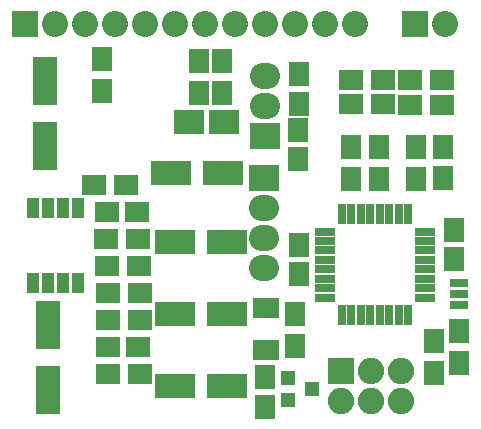
<source format=gbs>
%TF.GenerationSoftware,KiCad,Pcbnew,5.99.0-unknown-c3175b4~86~ubuntu16.04.1*%
%TF.CreationDate,2019-10-16T11:56:15+02:00*%
%TF.ProjectId,atmegax8_with_bluetooth,61746d65-6761-4783-985f-776974685f62,rev?*%
%TF.SameCoordinates,Original*%
%TF.FileFunction,Soldermask,Bot*%
%TF.FilePolarity,Negative*%
%FSLAX46Y46*%
G04 Gerber Fmt 4.6, Leading zero omitted, Abs format (unit mm)*
G04 Created by KiCad (PCBNEW 5.99.0-unknown-c3175b4~86~ubuntu16.04.1) date 2019-10-16 11:56:15*
%MOMM*%
%LPD*%
G04 APERTURE LIST*
%ADD10O,2.540000X2.235200*%
%ADD11R,2.540000X2.235200*%
%ADD12R,1.758000X2.008000*%
%ADD13R,1.800000X0.750000*%
%ADD14R,0.750000X1.800000*%
%ADD15R,1.500000X0.800000*%
%ADD16O,2.208000X2.208000*%
%ADD17R,2.208000X2.208000*%
%ADD18R,1.016000X1.651000*%
%ADD19R,2.108200X4.107180*%
%ADD20R,2.656840X2.009140*%
%ADD21R,2.008000X1.758000*%
%ADD22R,1.808000X2.008000*%
%ADD23R,1.308100X1.308100*%
%ADD24R,2.208000X1.808000*%
%ADD25R,2.235200X2.235200*%
%ADD26O,2.235200X2.235200*%
%ADD27R,3.507740X2.108200*%
%ADD28R,3.508000X2.108000*%
%ADD29R,2.008000X1.808000*%
G04 APERTURE END LIST*
D10*
%TO.C,P3*%
X91948000Y-159448500D03*
X91948000Y-156908500D03*
X91948000Y-154368500D03*
D11*
X91948000Y-151828500D03*
%TD*%
D12*
%TO.C,C24*%
X94805500Y-150221000D03*
X94805500Y-147721000D03*
%TD*%
D13*
%TO.C,IC1*%
X105585840Y-156324800D03*
X105585840Y-157124800D03*
X105585840Y-157924800D03*
X105585840Y-158724800D03*
X105585840Y-159524800D03*
X105585840Y-160324800D03*
X105585840Y-161124800D03*
X105585840Y-161924800D03*
D14*
X104135840Y-163374800D03*
X103335840Y-163374800D03*
X102535840Y-163374800D03*
X101735840Y-163374800D03*
X100935840Y-163374800D03*
X100135840Y-163374800D03*
X99335840Y-163374800D03*
X98535840Y-163374800D03*
D13*
X97085840Y-161924800D03*
X97085840Y-161124800D03*
X97085840Y-160324800D03*
X97085840Y-159524800D03*
X97085840Y-158724800D03*
X97085840Y-157924800D03*
X97085840Y-157124800D03*
X97085840Y-156324800D03*
D14*
X98535840Y-154874800D03*
X99335840Y-154874800D03*
X100135840Y-154874800D03*
X100935840Y-154874800D03*
X101735840Y-154874800D03*
X102535840Y-154874800D03*
X103335840Y-154874800D03*
X104135840Y-154874800D03*
%TD*%
D15*
%TO.C,Y1*%
X108452920Y-161607460D03*
X108452920Y-160657460D03*
X108452920Y-162557460D03*
%TD*%
D16*
%TO.C,P1*%
X99608640Y-138714480D03*
X97068640Y-138714480D03*
X94528640Y-138714480D03*
X91988640Y-138714480D03*
X89448640Y-138714480D03*
X86908640Y-138714480D03*
X84368640Y-138714480D03*
X81828640Y-138714480D03*
X79288640Y-138714480D03*
X76748640Y-138714480D03*
X74208640Y-138714480D03*
D17*
X71668640Y-138714480D03*
%TD*%
D18*
%TO.C,U3*%
X76200000Y-154345640D03*
X74930000Y-154345640D03*
X73660000Y-154345640D03*
X72390000Y-154345640D03*
X72390000Y-160695640D03*
X73660000Y-160695640D03*
X74930000Y-160695640D03*
X76200000Y-160695640D03*
%TD*%
D19*
%TO.C,C14*%
X73660000Y-164269420D03*
X73660000Y-169771060D03*
%TD*%
D20*
%TO.C,C22*%
X85598000Y-147066000D03*
X88600280Y-147066000D03*
%TD*%
D21*
%TO.C,C15*%
X78658400Y-154686000D03*
X81158400Y-154686000D03*
%TD*%
D22*
%TO.C,R25*%
X88419440Y-144595840D03*
X88419440Y-141895840D03*
%TD*%
D12*
%TO.C,C4*%
X108013500Y-158666500D03*
X108013500Y-156166500D03*
%TD*%
D10*
%TO.C,P5*%
X92000000Y-143120000D03*
X92000000Y-145660000D03*
D11*
X92000000Y-148200000D03*
%TD*%
D23*
%TO.C,U4*%
X95971360Y-169636440D03*
X93972380Y-168686440D03*
X93972380Y-170586440D03*
%TD*%
D17*
%TO.C,P4*%
X104739440Y-138757660D03*
D16*
X107279440Y-138757660D03*
%TD*%
D12*
%TO.C,C1*%
X94869000Y-159936500D03*
X94869000Y-157436500D03*
%TD*%
%TO.C,C5*%
X91998800Y-168676000D03*
X91998800Y-171176000D03*
%TD*%
D22*
%TO.C,R3*%
X101716840Y-149160240D03*
X101716840Y-151860240D03*
%TD*%
D24*
%TO.C,D1*%
X92146120Y-166331840D03*
X92146120Y-162831840D03*
%TD*%
D25*
%TO.C,P2*%
X98425000Y-168148000D03*
D26*
X98425000Y-170688000D03*
X100965000Y-168148000D03*
X100965000Y-170688000D03*
X103505000Y-168148000D03*
X103505000Y-170688000D03*
%TD*%
D27*
%TO.C,C20*%
X88788240Y-157226000D03*
X84388960Y-157226000D03*
%TD*%
D28*
%TO.C,C19*%
X88433000Y-151384000D03*
X84033000Y-151384000D03*
%TD*%
D27*
%TO.C,C21*%
X84388960Y-169418000D03*
X88788240Y-169418000D03*
%TD*%
D22*
%TO.C,R2*%
X99288600Y-149160240D03*
X99288600Y-151860240D03*
%TD*%
D29*
%TO.C,R23*%
X81440000Y-168402000D03*
X78740000Y-168402000D03*
%TD*%
D12*
%TO.C,C3*%
X94869000Y-143022000D03*
X94869000Y-145522000D03*
%TD*%
D22*
%TO.C,R5*%
X106301540Y-168319440D03*
X106301540Y-165619440D03*
%TD*%
%TO.C,R6*%
X108452920Y-164719000D03*
X108452920Y-167419000D03*
%TD*%
D27*
%TO.C,C6*%
X88813640Y-163322000D03*
X84414360Y-163322000D03*
%TD*%
D19*
%TO.C,C9*%
X73400920Y-149064980D03*
X73400920Y-143563340D03*
%TD*%
D29*
%TO.C,R8*%
X78740000Y-161544000D03*
X81440000Y-161544000D03*
%TD*%
D22*
%TO.C,R9*%
X78232000Y-144415500D03*
X78232000Y-141715500D03*
%TD*%
%TO.C,R13*%
X107127040Y-149127220D03*
X107127040Y-151827220D03*
%TD*%
D29*
%TO.C,R15*%
X81309200Y-156972000D03*
X78609200Y-156972000D03*
%TD*%
D21*
%TO.C,C16*%
X78740000Y-166116000D03*
X81240000Y-166116000D03*
%TD*%
D29*
%TO.C,R18*%
X81440000Y-163830000D03*
X78740000Y-163830000D03*
%TD*%
D22*
%TO.C,R19*%
X104792780Y-151909760D03*
X104792780Y-149209760D03*
%TD*%
D29*
%TO.C,R20*%
X80280500Y-152400000D03*
X77580500Y-152400000D03*
%TD*%
%TO.C,R21*%
X78634600Y-159258000D03*
X81334600Y-159258000D03*
%TD*%
%TO.C,R26*%
X107012720Y-143479520D03*
X104312720Y-143479520D03*
%TD*%
D22*
%TO.C,R27*%
X86423500Y-141906000D03*
X86423500Y-144606000D03*
%TD*%
D29*
%TO.C,D2*%
X99308920Y-143479520D03*
X102008920Y-143479520D03*
%TD*%
%TO.C,D3*%
X102024160Y-145562320D03*
X99324160Y-145562320D03*
%TD*%
%TO.C,R31*%
X104333040Y-145587720D03*
X107033040Y-145587720D03*
%TD*%
D22*
%TO.C,R7*%
X94554040Y-163300420D03*
X94554040Y-166000420D03*
%TD*%
M02*

</source>
